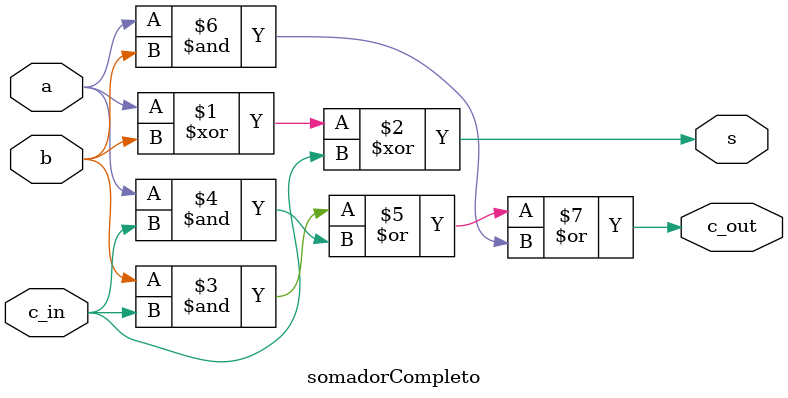
<source format=v>
module somadorCompleto(a, b, c_in, s, c_out);

    input a, b, c_in;
    output s, c_out;

    assign s = a ^ b ^ c_in;
    assign c_out = b&c_in | a&c_in | a&b;

endmodule
</source>
